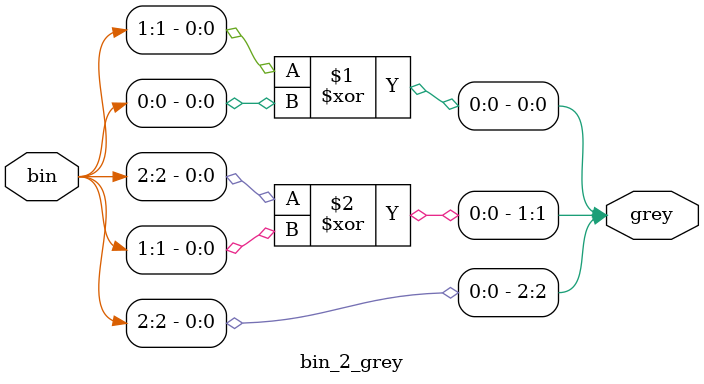
<source format=v>
`timescale 1ns / 1ps
module bin_2_grey
        #(parameter n=3)      //n is number of bits in binary number.
        (bin, grey);
    input [n-1:0] bin;
    output [n-1:0] grey;
    
    assign grey[n-1] = bin[n-1];
    
    genvar i;
    for(i=0; i<n-1; i=i+1)
    begin
        assign grey[i] = bin[i+1]^bin[i];
    end
endmodule

</source>
